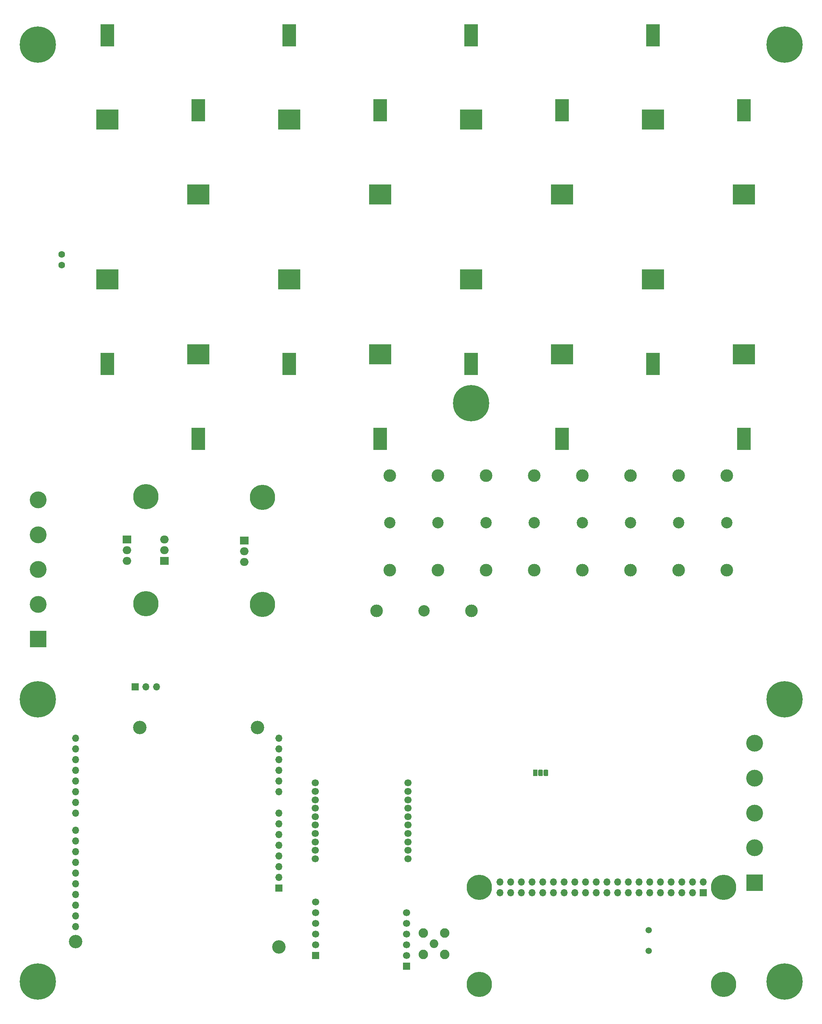
<source format=gbr>
G04 #@! TF.GenerationSoftware,KiCad,Pcbnew,(5.1.5-0-10_14)*
G04 #@! TF.CreationDate,2021-05-01T16:36:58+02:00*
G04 #@! TF.ProjectId,GNSSreferencestationV4,474e5353-7265-4666-9572-656e63657374,rev?*
G04 #@! TF.SameCoordinates,Original*
G04 #@! TF.FileFunction,Soldermask,Bot*
G04 #@! TF.FilePolarity,Negative*
%FSLAX46Y46*%
G04 Gerber Fmt 4.6, Leading zero omitted, Abs format (unit mm)*
G04 Created by KiCad (PCBNEW (5.1.5-0-10_14)) date 2021-05-01 16:36:58*
%MOMM*%
%LPD*%
G04 APERTURE LIST*
%ADD10C,1.700000*%
%ADD11R,1.700000X1.700000*%
%ADD12C,2.250000*%
%ADD13C,2.050000*%
%ADD14R,3.300000X5.300000*%
%ADD15R,5.300000X4.750000*%
%ADD16C,3.200000*%
%ADD17O,1.700000X1.700000*%
%ADD18R,1.120000X1.500000*%
%ADD19C,0.100000*%
%ADD20C,4.000000*%
%ADD21R,4.000000X4.000000*%
%ADD22C,6.000000*%
%ADD23C,1.500000*%
%ADD24C,0.900000*%
%ADD25C,8.600000*%
%ADD26O,2.000000X1.905000*%
%ADD27R,2.000000X1.905000*%
%ADD28C,1.600000*%
%ADD29C,2.700000*%
%ADD30C,3.000000*%
G04 APERTURE END LIST*
D10*
X72250500Y-185527500D03*
X72250500Y-187527500D03*
X72250500Y-189527500D03*
X72250500Y-191527500D03*
X72250500Y-193527500D03*
X72250500Y-195527500D03*
X72250500Y-197527500D03*
X72250500Y-199527500D03*
X72250500Y-181527500D03*
X72250500Y-183527500D03*
X94250500Y-199527500D03*
X94250500Y-197527500D03*
X94250500Y-195527500D03*
X94250500Y-193527500D03*
X94250500Y-191527500D03*
X94250500Y-189527500D03*
X94250500Y-187527500D03*
X94250500Y-185527500D03*
X94250500Y-183527500D03*
X94250500Y-181527500D03*
D11*
X72326000Y-222440500D03*
D10*
X72326000Y-219900500D03*
X72326000Y-217360500D03*
X72326000Y-214820500D03*
X72326000Y-212280500D03*
X72326000Y-209740500D03*
D11*
X93917000Y-224980500D03*
D10*
X93917000Y-222440500D03*
X93917000Y-219900500D03*
X93917000Y-217360500D03*
X93917000Y-214820500D03*
X93917000Y-212280500D03*
D12*
X97917000Y-222250000D03*
X97917000Y-217170000D03*
X102997000Y-217170000D03*
X102997000Y-222250000D03*
D13*
X100457000Y-219710000D03*
D14*
X152400000Y-82077500D03*
D15*
X152400000Y-62077500D03*
X152400000Y-24127500D03*
D14*
X152400000Y-4127500D03*
X109220000Y-82077500D03*
D15*
X109220000Y-62077500D03*
X109220000Y-24127500D03*
D14*
X109220000Y-4127500D03*
X66040000Y-82077500D03*
D15*
X66040000Y-62077500D03*
X66040000Y-24127500D03*
D14*
X66040000Y-4127500D03*
X22860000Y-82077500D03*
D15*
X22860000Y-62077500D03*
X22860000Y-24127500D03*
D14*
X22860000Y-4127500D03*
X130810000Y-99857500D03*
D15*
X130810000Y-79857500D03*
X130810000Y-41907500D03*
D14*
X130810000Y-21907500D03*
X173990000Y-99857500D03*
D15*
X173990000Y-79857500D03*
X173990000Y-41907500D03*
D14*
X173990000Y-21907500D03*
X87630000Y-99857500D03*
D15*
X87630000Y-79857500D03*
X87630000Y-41907500D03*
D14*
X87630000Y-21907500D03*
X44450000Y-99857500D03*
D15*
X44450000Y-79857500D03*
X44450000Y-41907500D03*
D14*
X44450000Y-21907500D03*
D16*
X58547000Y-168363000D03*
X30607000Y-168363000D03*
X15367000Y-219163000D03*
X63627000Y-220433000D03*
D17*
X15367000Y-173443000D03*
X15367000Y-170903000D03*
X15367000Y-210523000D03*
X63627000Y-170903000D03*
X15367000Y-207983000D03*
X63627000Y-173443000D03*
X15367000Y-205443000D03*
X63627000Y-175983000D03*
X15367000Y-202903000D03*
X63627000Y-178523000D03*
X15367000Y-200363000D03*
X63627000Y-181063000D03*
X15367000Y-197823000D03*
X63627000Y-183603000D03*
X15367000Y-195283000D03*
X63627000Y-188683000D03*
X15367000Y-192743000D03*
X63627000Y-191223000D03*
X15367000Y-188683000D03*
X63627000Y-193763000D03*
X15367000Y-186143000D03*
X63627000Y-196303000D03*
X15367000Y-183603000D03*
X63627000Y-198843000D03*
X15367000Y-181063000D03*
X63627000Y-201383000D03*
X15367000Y-178523000D03*
X63627000Y-203923000D03*
X15367000Y-175983000D03*
D11*
X63627000Y-206463000D03*
D17*
X15367000Y-213063000D03*
X15367000Y-215603000D03*
D18*
X124460000Y-179133500D03*
D19*
G36*
X127307445Y-178384848D02*
G01*
X127334625Y-178388880D01*
X127361280Y-178395557D01*
X127387151Y-178404814D01*
X127411991Y-178416562D01*
X127435560Y-178430689D01*
X127457630Y-178447057D01*
X127477990Y-178465510D01*
X127496443Y-178485870D01*
X127512811Y-178507940D01*
X127526938Y-178531509D01*
X127538686Y-178556349D01*
X127547943Y-178582220D01*
X127554620Y-178608875D01*
X127558652Y-178636055D01*
X127560000Y-178663500D01*
X127560000Y-179603500D01*
X127558652Y-179630945D01*
X127554620Y-179658125D01*
X127547943Y-179684780D01*
X127538686Y-179710651D01*
X127526938Y-179735491D01*
X127512811Y-179759060D01*
X127496443Y-179781130D01*
X127477990Y-179801490D01*
X127457630Y-179819943D01*
X127435560Y-179836311D01*
X127411991Y-179850438D01*
X127387151Y-179862186D01*
X127361280Y-179871443D01*
X127334625Y-179878120D01*
X127307445Y-179882152D01*
X127280000Y-179883500D01*
X126720000Y-179883500D01*
X126692555Y-179882152D01*
X126665375Y-179878120D01*
X126638720Y-179871443D01*
X126612849Y-179862186D01*
X126588009Y-179850438D01*
X126564440Y-179836311D01*
X126542370Y-179819943D01*
X126522010Y-179801490D01*
X126503557Y-179781130D01*
X126487189Y-179759060D01*
X126473062Y-179735491D01*
X126461314Y-179710651D01*
X126452057Y-179684780D01*
X126445380Y-179658125D01*
X126441348Y-179630945D01*
X126440000Y-179603500D01*
X126440000Y-178663500D01*
X126441348Y-178636055D01*
X126445380Y-178608875D01*
X126452057Y-178582220D01*
X126461314Y-178556349D01*
X126473062Y-178531509D01*
X126487189Y-178507940D01*
X126503557Y-178485870D01*
X126522010Y-178465510D01*
X126542370Y-178447057D01*
X126564440Y-178430689D01*
X126588009Y-178416562D01*
X126612849Y-178404814D01*
X126638720Y-178395557D01*
X126665375Y-178388880D01*
X126692555Y-178384848D01*
X126720000Y-178383500D01*
X127280000Y-178383500D01*
X127307445Y-178384848D01*
G37*
G36*
X126037445Y-178384848D02*
G01*
X126064625Y-178388880D01*
X126091280Y-178395557D01*
X126117151Y-178404814D01*
X126141991Y-178416562D01*
X126165560Y-178430689D01*
X126187630Y-178447057D01*
X126207990Y-178465510D01*
X126226443Y-178485870D01*
X126242811Y-178507940D01*
X126256938Y-178531509D01*
X126268686Y-178556349D01*
X126277943Y-178582220D01*
X126284620Y-178608875D01*
X126288652Y-178636055D01*
X126290000Y-178663500D01*
X126290000Y-179603500D01*
X126288652Y-179630945D01*
X126284620Y-179658125D01*
X126277943Y-179684780D01*
X126268686Y-179710651D01*
X126256938Y-179735491D01*
X126242811Y-179759060D01*
X126226443Y-179781130D01*
X126207990Y-179801490D01*
X126187630Y-179819943D01*
X126165560Y-179836311D01*
X126141991Y-179850438D01*
X126117151Y-179862186D01*
X126091280Y-179871443D01*
X126064625Y-179878120D01*
X126037445Y-179882152D01*
X126010000Y-179883500D01*
X125450000Y-179883500D01*
X125422555Y-179882152D01*
X125395375Y-179878120D01*
X125368720Y-179871443D01*
X125342849Y-179862186D01*
X125318009Y-179850438D01*
X125294440Y-179836311D01*
X125272370Y-179819943D01*
X125252010Y-179801490D01*
X125233557Y-179781130D01*
X125217189Y-179759060D01*
X125203062Y-179735491D01*
X125191314Y-179710651D01*
X125182057Y-179684780D01*
X125175380Y-179658125D01*
X125171348Y-179630945D01*
X125170000Y-179603500D01*
X125170000Y-178663500D01*
X125171348Y-178636055D01*
X125175380Y-178608875D01*
X125182057Y-178582220D01*
X125191314Y-178556349D01*
X125203062Y-178531509D01*
X125217189Y-178507940D01*
X125233557Y-178485870D01*
X125252010Y-178465510D01*
X125272370Y-178447057D01*
X125294440Y-178430689D01*
X125318009Y-178416562D01*
X125342849Y-178404814D01*
X125368720Y-178395557D01*
X125395375Y-178388880D01*
X125422555Y-178384848D01*
X125450000Y-178383500D01*
X126010000Y-178383500D01*
X126037445Y-178384848D01*
G37*
D20*
X176593500Y-172138500D03*
X176593500Y-180398500D03*
X176593500Y-188658500D03*
X176593500Y-196918500D03*
D21*
X176593500Y-205178500D03*
D20*
X6477000Y-114378000D03*
X6477000Y-122638000D03*
X6477000Y-130898000D03*
X6477000Y-139158000D03*
D21*
X6477000Y-147418000D03*
D22*
X111208000Y-206336000D03*
X169208000Y-229336000D03*
X111208000Y-229336000D03*
X169208000Y-206336000D03*
D17*
X116078000Y-205066000D03*
X116078000Y-207606000D03*
X133858000Y-205066000D03*
X133858000Y-207606000D03*
X138938000Y-205066000D03*
X138938000Y-207606000D03*
X128778000Y-205066000D03*
X128778000Y-207606000D03*
X156718000Y-205066000D03*
X156718000Y-207606000D03*
X126238000Y-205066000D03*
X126238000Y-207606000D03*
X144018000Y-205066000D03*
X144018000Y-207606000D03*
X121158000Y-205066000D03*
X121158000Y-207606000D03*
X123698000Y-205066000D03*
X123698000Y-207606000D03*
X118618000Y-205066000D03*
X118618000Y-207606000D03*
X141478000Y-205066000D03*
X141478000Y-207606000D03*
X154178000Y-205066000D03*
X154178000Y-207606000D03*
X149098000Y-205066000D03*
X149098000Y-207606000D03*
X131318000Y-205066000D03*
X131318000Y-207606000D03*
X151638000Y-205066000D03*
X151638000Y-207606000D03*
X136398000Y-205066000D03*
X136398000Y-207606000D03*
D11*
X164338000Y-207606000D03*
D17*
X164338000Y-205066000D03*
X159258000Y-207606000D03*
X161798000Y-205066000D03*
X146558000Y-205066000D03*
X146558000Y-207606000D03*
X161798000Y-207606000D03*
X159258000Y-205066000D03*
D23*
X151384000Y-216505500D03*
X151384000Y-221385500D03*
D24*
X8630419Y-226369581D03*
X6350000Y-225425000D03*
X4069581Y-226369581D03*
X3125000Y-228650000D03*
X4069581Y-230930419D03*
X6350000Y-231875000D03*
X8630419Y-230930419D03*
X9575000Y-228650000D03*
D25*
X6350000Y-228650000D03*
D24*
X185930419Y-226369581D03*
X183650000Y-225425000D03*
X181369581Y-226369581D03*
X180425000Y-228650000D03*
X181369581Y-230930419D03*
X183650000Y-231875000D03*
X185930419Y-230930419D03*
X186875000Y-228650000D03*
D25*
X183650000Y-228650000D03*
D26*
X27559000Y-128866000D03*
X27559000Y-126326000D03*
D27*
X27559000Y-123786000D03*
D28*
X12065000Y-58674000D03*
X12065000Y-56134000D03*
D26*
X55372000Y-129120000D03*
X55372000Y-126580000D03*
D27*
X55372000Y-124040000D03*
D26*
X36449000Y-123786000D03*
X36449000Y-126326000D03*
D27*
X36449000Y-128866000D03*
D17*
X34544000Y-158711000D03*
X32004000Y-158711000D03*
D11*
X29464000Y-158711000D03*
D22*
X59690000Y-139153000D03*
X59690000Y-113753000D03*
X32004000Y-113626000D03*
X32004000Y-139026000D03*
D24*
X185930419Y-159369581D03*
X183650000Y-158425000D03*
X181369581Y-159369581D03*
X180425000Y-161650000D03*
X181369581Y-163930419D03*
X183650000Y-164875000D03*
X185930419Y-163930419D03*
X186875000Y-161650000D03*
D25*
X183650000Y-161650000D03*
D29*
X98097000Y-140677000D03*
D30*
X86847000Y-140677000D03*
X109347000Y-140677000D03*
D24*
X111500419Y-89159581D03*
X109220000Y-88215000D03*
X106939581Y-89159581D03*
X105995000Y-91440000D03*
X106939581Y-93720419D03*
X109220000Y-94665000D03*
X111500419Y-93720419D03*
X112445000Y-91440000D03*
D25*
X109220000Y-91440000D03*
D29*
X135636000Y-119814000D03*
D30*
X135636000Y-108564000D03*
X135636000Y-131064000D03*
D24*
X8630419Y-159369581D03*
X6350000Y-158425000D03*
X4069581Y-159369581D03*
X3125000Y-161650000D03*
X4069581Y-163930419D03*
X6350000Y-164875000D03*
X8630419Y-163930419D03*
X9575000Y-161650000D03*
D25*
X6350000Y-161650000D03*
D24*
X8630419Y-4069581D03*
X6350000Y-3125000D03*
X4069581Y-4069581D03*
X3125000Y-6350000D03*
X4069581Y-8630419D03*
X6350000Y-9575000D03*
X8630419Y-8630419D03*
X9575000Y-6350000D03*
D25*
X6350000Y-6350000D03*
D24*
X185930419Y-4069581D03*
X183650000Y-3125000D03*
X181369581Y-4069581D03*
X180425000Y-6350000D03*
X181369581Y-8630419D03*
X183650000Y-9575000D03*
X185930419Y-8630419D03*
X186875000Y-6350000D03*
D25*
X183650000Y-6350000D03*
D29*
X169926000Y-119814000D03*
D30*
X169926000Y-108564000D03*
X169926000Y-131064000D03*
D29*
X158496000Y-119814000D03*
D30*
X158496000Y-108564000D03*
X158496000Y-131064000D03*
D29*
X147066000Y-119814000D03*
D30*
X147066000Y-108564000D03*
X147066000Y-131064000D03*
D29*
X124206000Y-119814000D03*
D30*
X124206000Y-108564000D03*
X124206000Y-131064000D03*
D29*
X112776000Y-119814000D03*
D30*
X112776000Y-108564000D03*
X112776000Y-131064000D03*
D29*
X101346000Y-119814000D03*
D30*
X101346000Y-108564000D03*
X101346000Y-131064000D03*
D29*
X89916000Y-119814000D03*
D30*
X89916000Y-108564000D03*
X89916000Y-131064000D03*
M02*

</source>
